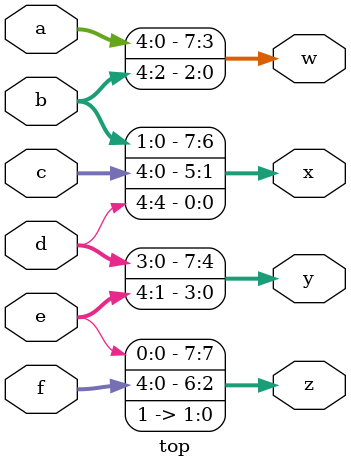
<source format=sv>
module top ( 
  input [4:0] a, b, c, d, e, f, // 5 * 6 = 30 bits
  output [7:0] w, x, y, z // 8 * 4 = 32 bits
);

  assign {w,x,y,z} = {a,b,c,d,e,f,2'b11};

endmodule

</source>
